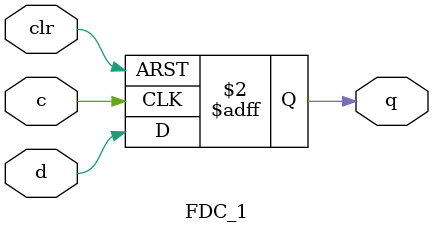
<source format=v>
module FDC_1 ( d, c, clr, q);
input d,c,clr;
output q;
reg q;
always@(negedge c, posedge clr) begin
    if (clr) q<= 1'b0;
    else q<=d;
end
endmodule


</source>
